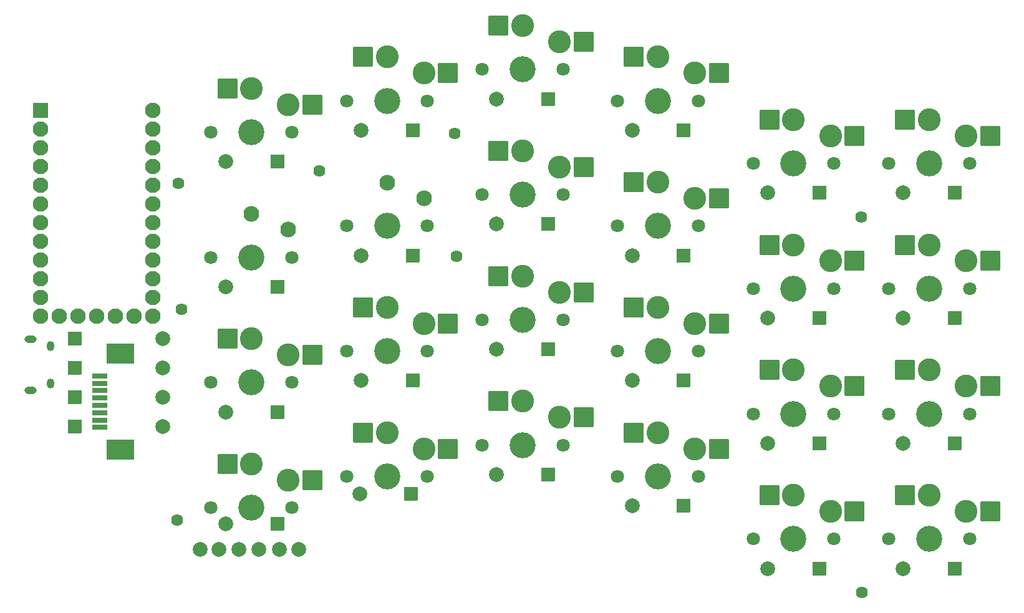
<source format=gbr>
%TF.GenerationSoftware,KiCad,Pcbnew,(6.0.4)*%
%TF.CreationDate,2024-05-03T20:31:11-07:00*%
%TF.ProjectId,right_staggered,72696768-745f-4737-9461-676765726564,v1.0.0*%
%TF.SameCoordinates,Original*%
%TF.FileFunction,Soldermask,Bot*%
%TF.FilePolarity,Negative*%
%FSLAX46Y46*%
G04 Gerber Fmt 4.6, Leading zero omitted, Abs format (unit mm)*
G04 Created by KiCad (PCBNEW (6.0.4)) date 2024-05-03 20:31:11*
%MOMM*%
%LPD*%
G01*
G04 APERTURE LIST*
G04 Aperture macros list*
%AMRoundRect*
0 Rectangle with rounded corners*
0 $1 Rounding radius*
0 $2 $3 $4 $5 $6 $7 $8 $9 X,Y pos of 4 corners*
0 Add a 4 corners polygon primitive as box body*
4,1,4,$2,$3,$4,$5,$6,$7,$8,$9,$2,$3,0*
0 Add four circle primitives for the rounded corners*
1,1,$1+$1,$2,$3*
1,1,$1+$1,$4,$5*
1,1,$1+$1,$6,$7*
1,1,$1+$1,$8,$9*
0 Add four rect primitives between the rounded corners*
20,1,$1+$1,$2,$3,$4,$5,0*
20,1,$1+$1,$4,$5,$6,$7,0*
20,1,$1+$1,$6,$7,$8,$9,0*
20,1,$1+$1,$8,$9,$2,$3,0*%
G04 Aperture macros list end*
%ADD10C,1.624000*%
%ADD11C,2.005000*%
%ADD12RoundRect,0.050000X0.889000X0.889000X-0.889000X0.889000X-0.889000X-0.889000X0.889000X-0.889000X0*%
%ADD13C,3.100000*%
%ADD14C,1.801800*%
%ADD15C,3.529000*%
%ADD16RoundRect,0.050000X-1.300000X-1.300000X1.300000X-1.300000X1.300000X1.300000X-1.300000X1.300000X0*%
%ADD17C,2.132000*%
%ADD18RoundRect,0.050000X-0.889000X-0.889000X0.889000X-0.889000X0.889000X0.889000X-0.889000X0.889000X0*%
%ADD19RoundRect,0.050000X-1.000000X-1.000000X1.000000X-1.000000X1.000000X1.000000X-1.000000X1.000000X0*%
%ADD20C,2.100000*%
%ADD21O,1.050000X1.350000*%
%ADD22O,1.650000X0.990000*%
%ADD23RoundRect,0.050000X-1.000000X0.305000X-1.000000X-0.305000X1.000000X-0.305000X1.000000X0.305000X0*%
%ADD24RoundRect,0.050000X-1.800000X1.340000X-1.800000X-1.340000X1.800000X-1.340000X1.800000X1.340000X0*%
G04 APERTURE END LIST*
D10*
%TO.C,*%
X140100000Y-106000000D03*
%TD*%
D11*
%TO.C,*%
X153800000Y-155700000D03*
%TD*%
%TO.C,D4*%
X146500000Y-103000000D03*
D12*
X153500000Y-103000000D03*
%TD*%
D11*
%TO.C,D19*%
X220100000Y-124250000D03*
D12*
X227100000Y-124250000D03*
%TD*%
D13*
%TO.C,S20*%
X228600000Y-99500000D03*
D14*
X229100000Y-103250000D03*
X218100000Y-103250000D03*
D13*
X223600000Y-97300000D03*
D15*
X223600000Y-103250000D03*
D16*
X220325000Y-97300000D03*
X231875000Y-99500000D03*
%TD*%
D13*
%TO.C,S14*%
X205200000Y-122800000D03*
X210200000Y-125000000D03*
D14*
X210700000Y-128750000D03*
X199700000Y-128750000D03*
D15*
X205200000Y-128750000D03*
D16*
X201925000Y-122800000D03*
X213475000Y-125000000D03*
%TD*%
D14*
%TO.C,S2*%
X173900000Y-111750000D03*
X162900000Y-111750000D03*
D15*
X168400000Y-111750000D03*
D17*
X173400000Y-107950000D03*
X168400000Y-105850000D03*
%TD*%
D11*
%TO.C,D11*%
X183300000Y-111500000D03*
D12*
X190300000Y-111500000D03*
%TD*%
D11*
%TO.C,D25*%
X138000000Y-127000000D03*
D18*
X126000000Y-127000000D03*
%TD*%
D11*
%TO.C,D27*%
X138000000Y-135000000D03*
D18*
X126000000Y-135000000D03*
%TD*%
D11*
%TO.C,D9*%
X183300000Y-145500000D03*
D12*
X190300000Y-145500000D03*
%TD*%
D15*
%TO.C,S13*%
X205200000Y-145750000D03*
D14*
X199700000Y-145750000D03*
X210700000Y-145750000D03*
D13*
X210200000Y-142000000D03*
X205200000Y-139800000D03*
D16*
X201925000Y-139800000D03*
X213475000Y-142000000D03*
%TD*%
D14*
%TO.C,S19*%
X229100000Y-120250000D03*
D13*
X223600000Y-114300000D03*
D15*
X223600000Y-120250000D03*
D14*
X218100000Y-120250000D03*
D13*
X228600000Y-116500000D03*
D16*
X220325000Y-114300000D03*
X231875000Y-116500000D03*
%TD*%
D11*
%TO.C,D23*%
X238500000Y-124250000D03*
D12*
X245500000Y-124250000D03*
%TD*%
D10*
%TO.C,*%
X177600000Y-99200000D03*
%TD*%
%TO.C,*%
X139900000Y-151700000D03*
%TD*%
D13*
%TO.C,S15*%
X205200000Y-105800000D03*
D14*
X199700000Y-111750000D03*
X210700000Y-111750000D03*
D15*
X205200000Y-111750000D03*
D13*
X210200000Y-108000000D03*
D16*
X201925000Y-105800000D03*
X213475000Y-108000000D03*
%TD*%
D11*
%TO.C,D13*%
X201700000Y-149750000D03*
D12*
X208700000Y-149750000D03*
%TD*%
D10*
%TO.C,*%
X232800000Y-110500000D03*
%TD*%
D14*
%TO.C,S5*%
X144500000Y-99000000D03*
D13*
X150000000Y-93050000D03*
X155000000Y-95250000D03*
D15*
X150000000Y-99000000D03*
D14*
X155500000Y-99000000D03*
D16*
X146725000Y-93050000D03*
X158275000Y-95250000D03*
%TD*%
D11*
%TO.C,*%
X156400000Y-155700000D03*
%TD*%
D13*
%TO.C,S17*%
X228600000Y-150500000D03*
D14*
X218100000Y-154250000D03*
D15*
X223600000Y-154250000D03*
D14*
X229100000Y-154250000D03*
D13*
X223600000Y-148300000D03*
D16*
X220325000Y-148300000D03*
X231875000Y-150500000D03*
%TD*%
D14*
%TO.C,S18*%
X218100000Y-137250000D03*
X229100000Y-137250000D03*
D13*
X228600000Y-133500000D03*
D15*
X223600000Y-137250000D03*
D13*
X223600000Y-131300000D03*
D16*
X220325000Y-131300000D03*
X231875000Y-133500000D03*
%TD*%
D14*
%TO.C,S22*%
X247500000Y-137250000D03*
D15*
X242000000Y-137250000D03*
D13*
X242000000Y-131300000D03*
X247000000Y-133500000D03*
D14*
X236500000Y-137250000D03*
D16*
X238725000Y-131300000D03*
X250275000Y-133500000D03*
%TD*%
D11*
%TO.C,D18*%
X220100000Y-141250000D03*
D12*
X227100000Y-141250000D03*
%TD*%
D11*
%TO.C,D7*%
X164900000Y-115750000D03*
D12*
X171900000Y-115750000D03*
%TD*%
D11*
%TO.C,*%
X145600000Y-155700000D03*
%TD*%
%TO.C,D8*%
X164900000Y-98750000D03*
D12*
X171900000Y-98750000D03*
%TD*%
D13*
%TO.C,S4*%
X150000000Y-127050000D03*
D15*
X150000000Y-133000000D03*
D14*
X144500000Y-133000000D03*
D13*
X155000000Y-129250000D03*
D14*
X155500000Y-133000000D03*
D16*
X146725000Y-127050000D03*
X158275000Y-129250000D03*
%TD*%
D11*
%TO.C,*%
X151000000Y-155700000D03*
%TD*%
D14*
%TO.C,S12*%
X192300000Y-90500000D03*
X181300000Y-90500000D03*
D13*
X191800000Y-86750000D03*
D15*
X186800000Y-90500000D03*
D13*
X186800000Y-84550000D03*
D16*
X183525000Y-84550000D03*
X195075000Y-86750000D03*
%TD*%
D11*
%TO.C,D2*%
X146500000Y-137000000D03*
D12*
X153500000Y-137000000D03*
%TD*%
D11*
%TO.C,D26*%
X138000000Y-131000000D03*
D18*
X126000000Y-131000000D03*
%TD*%
D19*
%TO.C,*%
X121380000Y-96030000D03*
D20*
X121380000Y-98570000D03*
X121380000Y-101110000D03*
X121380000Y-103650000D03*
X121380000Y-106190000D03*
X121380000Y-108730000D03*
X121380000Y-111270000D03*
X121380000Y-113810000D03*
X121380000Y-116350000D03*
X121380000Y-118890000D03*
X121380000Y-121430000D03*
X121380000Y-123970000D03*
X136620000Y-123970000D03*
X136620000Y-121430000D03*
X136620000Y-118890000D03*
X136620000Y-116350000D03*
X136620000Y-113810000D03*
X136620000Y-111270000D03*
X136620000Y-108730000D03*
X136620000Y-106190000D03*
X136620000Y-103650000D03*
X136620000Y-101110000D03*
X136620000Y-98570000D03*
X136620000Y-96030000D03*
X123920000Y-123970000D03*
X126460000Y-123970000D03*
X129000000Y-123970000D03*
X131540000Y-123970000D03*
X134080000Y-123970000D03*
%TD*%
D13*
%TO.C,S16*%
X210200000Y-91000000D03*
D14*
X199700000Y-94750000D03*
D15*
X205200000Y-94750000D03*
D13*
X205200000Y-88800000D03*
D14*
X210700000Y-94750000D03*
D16*
X201925000Y-88800000D03*
X213475000Y-91000000D03*
%TD*%
D10*
%TO.C,*%
X140500000Y-123100000D03*
%TD*%
D11*
%TO.C,D6*%
X164900000Y-132750000D03*
D12*
X171900000Y-132750000D03*
%TD*%
D11*
%TO.C,D5*%
X164700000Y-148100000D03*
D12*
X171700000Y-148100000D03*
%TD*%
D13*
%TO.C,S10*%
X186800000Y-118550000D03*
D15*
X186800000Y-124500000D03*
D13*
X191800000Y-120750000D03*
D14*
X181300000Y-124500000D03*
X192300000Y-124500000D03*
D16*
X183525000Y-118550000D03*
X195075000Y-120750000D03*
%TD*%
D11*
%TO.C,D1*%
X146500000Y-152200000D03*
D12*
X153500000Y-152200000D03*
%TD*%
D13*
%TO.C,S11*%
X191800000Y-103750000D03*
D14*
X181300000Y-107500000D03*
D13*
X186800000Y-101550000D03*
D14*
X192300000Y-107500000D03*
D15*
X186800000Y-107500000D03*
D16*
X183525000Y-101550000D03*
X195075000Y-103750000D03*
%TD*%
D11*
%TO.C,D21*%
X238500000Y-158250000D03*
D12*
X245500000Y-158250000D03*
%TD*%
D15*
%TO.C,S7*%
X168400000Y-128750000D03*
D14*
X173900000Y-128750000D03*
D13*
X173400000Y-125000000D03*
X168400000Y-122800000D03*
D14*
X162900000Y-128750000D03*
D16*
X165125000Y-122800000D03*
X176675000Y-125000000D03*
%TD*%
D11*
%TO.C,*%
X143000000Y-155700000D03*
%TD*%
D13*
%TO.C,S24*%
X242000000Y-97300000D03*
X247000000Y-99500000D03*
D14*
X236500000Y-103250000D03*
D15*
X242000000Y-103250000D03*
D14*
X247500000Y-103250000D03*
D16*
X238725000Y-97300000D03*
X250275000Y-99500000D03*
%TD*%
D10*
%TO.C,*%
X232900000Y-161500000D03*
%TD*%
D11*
%TO.C,D10*%
X183300000Y-128500000D03*
D12*
X190300000Y-128500000D03*
%TD*%
D11*
%TO.C,D24*%
X238500000Y-107250000D03*
D12*
X245500000Y-107250000D03*
%TD*%
D13*
%TO.C,S23*%
X242000000Y-114300000D03*
D15*
X242000000Y-120250000D03*
D13*
X247000000Y-116500000D03*
D14*
X247500000Y-120250000D03*
X236500000Y-120250000D03*
D16*
X238725000Y-114300000D03*
X250275000Y-116500000D03*
%TD*%
D13*
%TO.C,S8*%
X173400000Y-91000000D03*
D14*
X173900000Y-94750000D03*
D13*
X168400000Y-88800000D03*
D15*
X168400000Y-94750000D03*
D14*
X162900000Y-94750000D03*
D16*
X165125000Y-88800000D03*
X176675000Y-91000000D03*
%TD*%
D13*
%TO.C,S9*%
X191800000Y-137750000D03*
D14*
X181300000Y-141500000D03*
D15*
X186800000Y-141500000D03*
D13*
X186800000Y-135550000D03*
D14*
X192300000Y-141500000D03*
D16*
X183525000Y-135550000D03*
X195075000Y-137750000D03*
%TD*%
D11*
%TO.C,D16*%
X201700000Y-98750000D03*
D12*
X208700000Y-98750000D03*
%TD*%
D14*
%TO.C,S1*%
X155500000Y-116000000D03*
D15*
X150000000Y-116000000D03*
D14*
X144500000Y-116000000D03*
D17*
X155000000Y-112200000D03*
X150000000Y-110100000D03*
%TD*%
D11*
%TO.C,*%
X148300000Y-155700000D03*
%TD*%
D14*
%TO.C,S21*%
X236500000Y-154250000D03*
D13*
X242000000Y-148300000D03*
D14*
X247500000Y-154250000D03*
D13*
X247000000Y-150500000D03*
D15*
X242000000Y-154250000D03*
D16*
X238725000Y-148300000D03*
X250275000Y-150500000D03*
%TD*%
D10*
%TO.C,*%
X177800000Y-115900000D03*
%TD*%
D11*
%TO.C,D12*%
X183300000Y-94500000D03*
D12*
X190300000Y-94500000D03*
%TD*%
D11*
%TO.C,D3*%
X146500000Y-120000000D03*
D12*
X153500000Y-120000000D03*
%TD*%
D11*
%TO.C,D15*%
X201700000Y-115750000D03*
D12*
X208700000Y-115750000D03*
%TD*%
D11*
%TO.C,D28*%
X138000000Y-139000000D03*
D18*
X126000000Y-139000000D03*
%TD*%
D21*
%TO.C,*%
X122700000Y-128100000D03*
X122700000Y-133100000D03*
D22*
X120000000Y-134100000D03*
X120000000Y-127100000D03*
%TD*%
D11*
%TO.C,D14*%
X201700000Y-132750000D03*
D12*
X208700000Y-132750000D03*
%TD*%
D10*
%TO.C,*%
X159200000Y-104250000D03*
%TD*%
D11*
%TO.C,D22*%
X238500000Y-141250000D03*
D12*
X245500000Y-141250000D03*
%TD*%
D13*
%TO.C,S3*%
X150000000Y-144050000D03*
X155000000Y-146250000D03*
D15*
X150000000Y-150000000D03*
D14*
X155500000Y-150000000D03*
X144500000Y-150000000D03*
D16*
X146725000Y-144050000D03*
X158275000Y-146250000D03*
%TD*%
D11*
%TO.C,D17*%
X220100000Y-158250000D03*
D12*
X227100000Y-158250000D03*
%TD*%
D11*
%TO.C,D20*%
X220100000Y-107250000D03*
D12*
X227100000Y-107250000D03*
%TD*%
D13*
%TO.C,S6*%
X173400000Y-142000000D03*
X168400000Y-139800000D03*
D15*
X168400000Y-145750000D03*
D14*
X173900000Y-145750000D03*
X162900000Y-145750000D03*
D16*
X165125000Y-139800000D03*
X176675000Y-142000000D03*
%TD*%
D23*
%TO.C,*%
X129400000Y-132100000D03*
X129400000Y-133100000D03*
X129400000Y-134100000D03*
X129400000Y-135100000D03*
X129400000Y-136100000D03*
X129400000Y-137100000D03*
X129400000Y-138100000D03*
X129400000Y-139100000D03*
D24*
X132200000Y-142090000D03*
X132200000Y-129110000D03*
%TD*%
M02*

</source>
